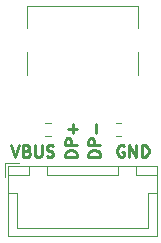
<source format=gbr>
%TF.GenerationSoftware,KiCad,Pcbnew,(7.0.0-0)*%
%TF.CreationDate,2023-03-15T20:38:16-05:00*%
%TF.ProjectId,USB-C Breakout,5553422d-4320-4427-9265-616b6f75742e,0*%
%TF.SameCoordinates,Original*%
%TF.FileFunction,Legend,Top*%
%TF.FilePolarity,Positive*%
%FSLAX46Y46*%
G04 Gerber Fmt 4.6, Leading zero omitted, Abs format (unit mm)*
G04 Created by KiCad (PCBNEW (7.0.0-0)) date 2023-03-15 20:38:16*
%MOMM*%
%LPD*%
G01*
G04 APERTURE LIST*
%ADD10C,0.250000*%
%ADD11C,0.120000*%
G04 APERTURE END LIST*
D10*
X145638095Y-100730000D02*
X145542857Y-100682380D01*
X145542857Y-100682380D02*
X145400000Y-100682380D01*
X145400000Y-100682380D02*
X145257143Y-100730000D01*
X145257143Y-100730000D02*
X145161905Y-100825238D01*
X145161905Y-100825238D02*
X145114286Y-100920476D01*
X145114286Y-100920476D02*
X145066667Y-101110952D01*
X145066667Y-101110952D02*
X145066667Y-101253809D01*
X145066667Y-101253809D02*
X145114286Y-101444285D01*
X145114286Y-101444285D02*
X145161905Y-101539523D01*
X145161905Y-101539523D02*
X145257143Y-101634761D01*
X145257143Y-101634761D02*
X145400000Y-101682380D01*
X145400000Y-101682380D02*
X145495238Y-101682380D01*
X145495238Y-101682380D02*
X145638095Y-101634761D01*
X145638095Y-101634761D02*
X145685714Y-101587142D01*
X145685714Y-101587142D02*
X145685714Y-101253809D01*
X145685714Y-101253809D02*
X145495238Y-101253809D01*
X146114286Y-101682380D02*
X146114286Y-100682380D01*
X146114286Y-100682380D02*
X146685714Y-101682380D01*
X146685714Y-101682380D02*
X146685714Y-100682380D01*
X147161905Y-101682380D02*
X147161905Y-100682380D01*
X147161905Y-100682380D02*
X147400000Y-100682380D01*
X147400000Y-100682380D02*
X147542857Y-100730000D01*
X147542857Y-100730000D02*
X147638095Y-100825238D01*
X147638095Y-100825238D02*
X147685714Y-100920476D01*
X147685714Y-100920476D02*
X147733333Y-101110952D01*
X147733333Y-101110952D02*
X147733333Y-101253809D01*
X147733333Y-101253809D02*
X147685714Y-101444285D01*
X147685714Y-101444285D02*
X147638095Y-101539523D01*
X147638095Y-101539523D02*
X147542857Y-101634761D01*
X147542857Y-101634761D02*
X147400000Y-101682380D01*
X147400000Y-101682380D02*
X147161905Y-101682380D01*
X143632380Y-101680951D02*
X142632380Y-101680951D01*
X142632380Y-101680951D02*
X142632380Y-101442856D01*
X142632380Y-101442856D02*
X142680000Y-101299999D01*
X142680000Y-101299999D02*
X142775238Y-101204761D01*
X142775238Y-101204761D02*
X142870476Y-101157142D01*
X142870476Y-101157142D02*
X143060952Y-101109523D01*
X143060952Y-101109523D02*
X143203809Y-101109523D01*
X143203809Y-101109523D02*
X143394285Y-101157142D01*
X143394285Y-101157142D02*
X143489523Y-101204761D01*
X143489523Y-101204761D02*
X143584761Y-101299999D01*
X143584761Y-101299999D02*
X143632380Y-101442856D01*
X143632380Y-101442856D02*
X143632380Y-101680951D01*
X143632380Y-100680951D02*
X142632380Y-100680951D01*
X142632380Y-100680951D02*
X142632380Y-100299999D01*
X142632380Y-100299999D02*
X142680000Y-100204761D01*
X142680000Y-100204761D02*
X142727619Y-100157142D01*
X142727619Y-100157142D02*
X142822857Y-100109523D01*
X142822857Y-100109523D02*
X142965714Y-100109523D01*
X142965714Y-100109523D02*
X143060952Y-100157142D01*
X143060952Y-100157142D02*
X143108571Y-100204761D01*
X143108571Y-100204761D02*
X143156190Y-100299999D01*
X143156190Y-100299999D02*
X143156190Y-100680951D01*
X143251428Y-99680951D02*
X143251428Y-98919047D01*
X141682380Y-101680951D02*
X140682380Y-101680951D01*
X140682380Y-101680951D02*
X140682380Y-101442856D01*
X140682380Y-101442856D02*
X140730000Y-101299999D01*
X140730000Y-101299999D02*
X140825238Y-101204761D01*
X140825238Y-101204761D02*
X140920476Y-101157142D01*
X140920476Y-101157142D02*
X141110952Y-101109523D01*
X141110952Y-101109523D02*
X141253809Y-101109523D01*
X141253809Y-101109523D02*
X141444285Y-101157142D01*
X141444285Y-101157142D02*
X141539523Y-101204761D01*
X141539523Y-101204761D02*
X141634761Y-101299999D01*
X141634761Y-101299999D02*
X141682380Y-101442856D01*
X141682380Y-101442856D02*
X141682380Y-101680951D01*
X141682380Y-100680951D02*
X140682380Y-100680951D01*
X140682380Y-100680951D02*
X140682380Y-100299999D01*
X140682380Y-100299999D02*
X140730000Y-100204761D01*
X140730000Y-100204761D02*
X140777619Y-100157142D01*
X140777619Y-100157142D02*
X140872857Y-100109523D01*
X140872857Y-100109523D02*
X141015714Y-100109523D01*
X141015714Y-100109523D02*
X141110952Y-100157142D01*
X141110952Y-100157142D02*
X141158571Y-100204761D01*
X141158571Y-100204761D02*
X141206190Y-100299999D01*
X141206190Y-100299999D02*
X141206190Y-100680951D01*
X141301428Y-99680951D02*
X141301428Y-98919047D01*
X141682380Y-99299999D02*
X140920476Y-99299999D01*
X136116667Y-100682380D02*
X136450000Y-101682380D01*
X136450000Y-101682380D02*
X136783333Y-100682380D01*
X137450000Y-101158571D02*
X137592857Y-101206190D01*
X137592857Y-101206190D02*
X137640476Y-101253809D01*
X137640476Y-101253809D02*
X137688095Y-101349047D01*
X137688095Y-101349047D02*
X137688095Y-101491904D01*
X137688095Y-101491904D02*
X137640476Y-101587142D01*
X137640476Y-101587142D02*
X137592857Y-101634761D01*
X137592857Y-101634761D02*
X137497619Y-101682380D01*
X137497619Y-101682380D02*
X137116667Y-101682380D01*
X137116667Y-101682380D02*
X137116667Y-100682380D01*
X137116667Y-100682380D02*
X137450000Y-100682380D01*
X137450000Y-100682380D02*
X137545238Y-100730000D01*
X137545238Y-100730000D02*
X137592857Y-100777619D01*
X137592857Y-100777619D02*
X137640476Y-100872857D01*
X137640476Y-100872857D02*
X137640476Y-100968095D01*
X137640476Y-100968095D02*
X137592857Y-101063333D01*
X137592857Y-101063333D02*
X137545238Y-101110952D01*
X137545238Y-101110952D02*
X137450000Y-101158571D01*
X137450000Y-101158571D02*
X137116667Y-101158571D01*
X138116667Y-100682380D02*
X138116667Y-101491904D01*
X138116667Y-101491904D02*
X138164286Y-101587142D01*
X138164286Y-101587142D02*
X138211905Y-101634761D01*
X138211905Y-101634761D02*
X138307143Y-101682380D01*
X138307143Y-101682380D02*
X138497619Y-101682380D01*
X138497619Y-101682380D02*
X138592857Y-101634761D01*
X138592857Y-101634761D02*
X138640476Y-101587142D01*
X138640476Y-101587142D02*
X138688095Y-101491904D01*
X138688095Y-101491904D02*
X138688095Y-100682380D01*
X139116667Y-101634761D02*
X139259524Y-101682380D01*
X139259524Y-101682380D02*
X139497619Y-101682380D01*
X139497619Y-101682380D02*
X139592857Y-101634761D01*
X139592857Y-101634761D02*
X139640476Y-101587142D01*
X139640476Y-101587142D02*
X139688095Y-101491904D01*
X139688095Y-101491904D02*
X139688095Y-101396666D01*
X139688095Y-101396666D02*
X139640476Y-101301428D01*
X139640476Y-101301428D02*
X139592857Y-101253809D01*
X139592857Y-101253809D02*
X139497619Y-101206190D01*
X139497619Y-101206190D02*
X139307143Y-101158571D01*
X139307143Y-101158571D02*
X139211905Y-101110952D01*
X139211905Y-101110952D02*
X139164286Y-101063333D01*
X139164286Y-101063333D02*
X139116667Y-100968095D01*
X139116667Y-100968095D02*
X139116667Y-100872857D01*
X139116667Y-100872857D02*
X139164286Y-100777619D01*
X139164286Y-100777619D02*
X139211905Y-100730000D01*
X139211905Y-100730000D02*
X139307143Y-100682380D01*
X139307143Y-100682380D02*
X139545238Y-100682380D01*
X139545238Y-100682380D02*
X139688095Y-100730000D01*
D11*
%TO.C,R2*%
X139437258Y-99872500D02*
X138962742Y-99872500D01*
X139437258Y-98827500D02*
X138962742Y-98827500D01*
%TO.C,R1*%
X144937742Y-98827500D02*
X145412258Y-98827500D01*
X144937742Y-99872500D02*
X145412258Y-99872500D01*
%TO.C,J2*%
X135545085Y-102150000D02*
X135545085Y-103400000D01*
X135835085Y-102440000D02*
X135835085Y-108410000D01*
X135835085Y-108410000D02*
X148455085Y-108410000D01*
X135845085Y-102450000D02*
X135845085Y-103200000D01*
X135845085Y-103200000D02*
X137645085Y-103200000D01*
X135845085Y-104700000D02*
X136595085Y-104700000D01*
X136595085Y-104700000D02*
X136595085Y-107650000D01*
X136595085Y-107650000D02*
X142145085Y-107650000D01*
X136795085Y-102150000D02*
X135545085Y-102150000D01*
X137645085Y-102450000D02*
X135845085Y-102450000D01*
X137645085Y-103200000D02*
X137645085Y-102450000D01*
X139145085Y-102450000D02*
X139145085Y-103200000D01*
X139145085Y-103200000D02*
X145145085Y-103200000D01*
X145145085Y-102450000D02*
X139145085Y-102450000D01*
X145145085Y-103200000D02*
X145145085Y-102450000D01*
X146645085Y-102450000D02*
X146645085Y-103200000D01*
X146645085Y-103200000D02*
X148445085Y-103200000D01*
X147695085Y-104700000D02*
X147695085Y-107650000D01*
X147695085Y-107650000D02*
X142145085Y-107650000D01*
X148445085Y-102450000D02*
X146645085Y-102450000D01*
X148445085Y-103200000D02*
X148445085Y-102450000D01*
X148445085Y-104700000D02*
X147695085Y-104700000D01*
X148455085Y-102440000D02*
X135835085Y-102440000D01*
X148455085Y-108410000D02*
X148455085Y-102440000D01*
%TO.C,J1*%
X146845085Y-94720000D02*
X146845085Y-92820000D01*
X146845085Y-90720000D02*
X146845085Y-88920000D01*
X146845085Y-88920000D02*
X137445085Y-88920000D01*
X137445085Y-94720000D02*
X137445085Y-92820000D01*
X137445085Y-90720000D02*
X137445085Y-88920000D01*
%TD*%
M02*

</source>
